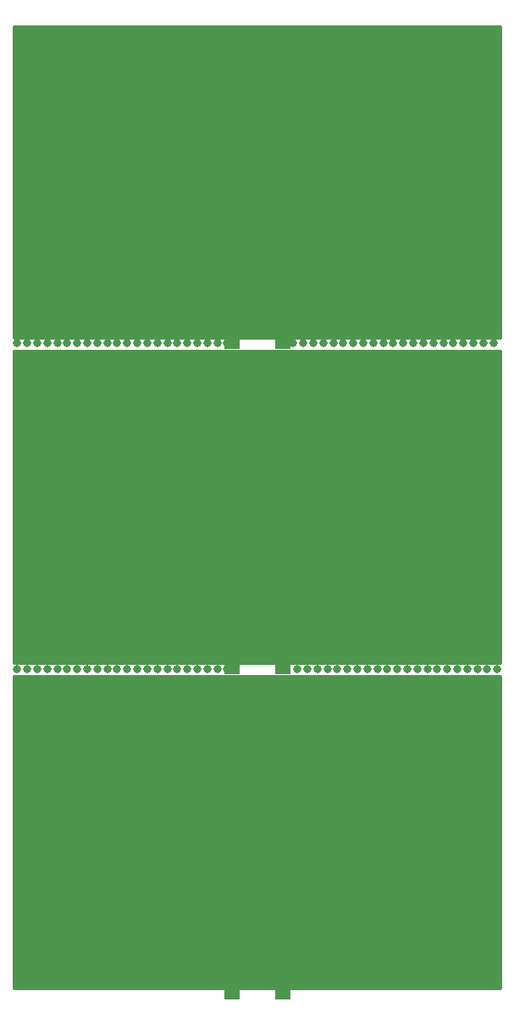
<source format=gbr>
G04 #@! TF.GenerationSoftware,KiCad,Pcbnew,(5.1.5)-3*
G04 #@! TF.CreationDate,2021-12-07T11:44:26+01:00*
G04 #@! TF.ProjectId,stitched capcoupler,73746974-6368-4656-9420-636170636f75,rev?*
G04 #@! TF.SameCoordinates,Original*
G04 #@! TF.FileFunction,Copper,L2,Bot*
G04 #@! TF.FilePolarity,Positive*
%FSLAX46Y46*%
G04 Gerber Fmt 4.6, Leading zero omitted, Abs format (unit mm)*
G04 Created by KiCad (PCBNEW (5.1.5)-3) date 2021-12-07 11:44:26*
%MOMM*%
%LPD*%
G04 APERTURE LIST*
%ADD10R,1.500000X4.000000*%
%ADD11R,4.000000X1.500000*%
%ADD12C,0.800000*%
%ADD13C,0.254000*%
G04 APERTURE END LIST*
D10*
X72460000Y-1000000D03*
X77540000Y-1000000D03*
D11*
X97500000Y22540000D03*
X97500000Y17460000D03*
X52500000Y22540000D03*
X52500000Y17460000D03*
D10*
X72460000Y-33500000D03*
X77540000Y-33500000D03*
D11*
X97500000Y-9960000D03*
X97500000Y-15040000D03*
X52500000Y-9960000D03*
X52500000Y-15040000D03*
X52500000Y-47540000D03*
X52500000Y-42460000D03*
X97500000Y-47540000D03*
X97500000Y-42460000D03*
D10*
X77540000Y-66000000D03*
X72460000Y-66000000D03*
D12*
X87500000Y-20000000D03*
X62500000Y-27500000D03*
X65000000Y-30000000D03*
X87500000Y-25000000D03*
X90000000Y-27500000D03*
X90000000Y-32500000D03*
X90000000Y-25000000D03*
X90000000Y-30000000D03*
X87500000Y-30000000D03*
X85000000Y-30000000D03*
X82500000Y-30000000D03*
X67500000Y-30000000D03*
X62500000Y-25000000D03*
X87500000Y-27500000D03*
X62500000Y-30000000D03*
X70000000Y-30000000D03*
X62500000Y-32500000D03*
X87500000Y-22500000D03*
X80000000Y-30000000D03*
X62500000Y-22500000D03*
X62500000Y-20000000D03*
X57500000Y-32500000D03*
X67500000Y-32500000D03*
X80000000Y-32500000D03*
X65000000Y-32500000D03*
X92500000Y-32500000D03*
X67500000Y-27500000D03*
X87500000Y-32500000D03*
X82500000Y-22500000D03*
X82500000Y-27500000D03*
X82500000Y-20000000D03*
X70000000Y-27500000D03*
X70000000Y-32500000D03*
X55000000Y-32500000D03*
X82500000Y-32500000D03*
X82500000Y-25000000D03*
X85000000Y-27500000D03*
X85000000Y-32500000D03*
X65000000Y-27500000D03*
X95000000Y-32500000D03*
X85000000Y-5000000D03*
X60000000Y-5000000D03*
X60000000Y-20000000D03*
X60000000Y-32500000D03*
X90000000Y-5000000D03*
X72500000Y-5000000D03*
X62500000Y-5000000D03*
X57500000Y-5000000D03*
X55000000Y-5000000D03*
X52500000Y-5000000D03*
X60000000Y-22500000D03*
X97500000Y-22500000D03*
X60000000Y-25000000D03*
X60000000Y-30000000D03*
X97500000Y-30000000D03*
X97500000Y-25000000D03*
X95000000Y-5000000D03*
X87500000Y-5000000D03*
X65000000Y-5000000D03*
X90000000Y-20000000D03*
X90000000Y-22500000D03*
X60000000Y-27500000D03*
X70000000Y-5000000D03*
X97500000Y-20000000D03*
X97500000Y-5000000D03*
X97500000Y-27500000D03*
X92500000Y-5000000D03*
X77500000Y-5000000D03*
X82500000Y-5000000D03*
X80000000Y-5000000D03*
X75000000Y-5000000D03*
X67500000Y-5000000D03*
X97500000Y-17500000D03*
X75000000Y-7500000D03*
X67500000Y-17500000D03*
X55000000Y-7500000D03*
X85000000Y-17500000D03*
X57500000Y-17500000D03*
X62500000Y-7500000D03*
X55000000Y-17500000D03*
X57500000Y-7500000D03*
X52500000Y-17500000D03*
X80000000Y-7500000D03*
X52500000Y-20000000D03*
X60000000Y-7500000D03*
X80000000Y-17500000D03*
X52500000Y-22500000D03*
X85000000Y-7500000D03*
X92500000Y-17500000D03*
X87500000Y-17500000D03*
X52500000Y-7500000D03*
X90000000Y-17500000D03*
X67500000Y-7500000D03*
X60000000Y-17500000D03*
X52500000Y-25000000D03*
X62500000Y-17500000D03*
X52500000Y-30000000D03*
X70000000Y-7500000D03*
X90000000Y-7500000D03*
X70000000Y-17500000D03*
X72500000Y-7500000D03*
X95000000Y-17500000D03*
X52500000Y-27500000D03*
X97500000Y-32500000D03*
X82500000Y-17500000D03*
X52500000Y-32500000D03*
X95000000Y-7500000D03*
X97500000Y-7500000D03*
X92500000Y-7500000D03*
X65000000Y-7500000D03*
X82500000Y-7500000D03*
X77500000Y-7500000D03*
X87500000Y-7500000D03*
X51000000Y-7500000D03*
X65000000Y-17500000D03*
X87500000Y12500000D03*
X62500000Y5000000D03*
X65000000Y2500000D03*
X87500000Y7500000D03*
X90000000Y5000000D03*
X90000000Y0D03*
X90000000Y7500000D03*
X90000000Y2500000D03*
X87500000Y2500000D03*
X85000000Y2500000D03*
X82500000Y2500000D03*
X67500000Y2500000D03*
X62500000Y7500000D03*
X87500000Y5000000D03*
X62500000Y2500000D03*
X70000000Y2500000D03*
X62500000Y0D03*
X87500000Y10000000D03*
X80000000Y2500000D03*
X62500000Y10000000D03*
X62500000Y12500000D03*
X57500000Y0D03*
X67500000Y0D03*
X80000000Y0D03*
X65000000Y0D03*
X92500000Y0D03*
X67500000Y5000000D03*
X87500000Y0D03*
X82500000Y10000000D03*
X82500000Y5000000D03*
X82500000Y12500000D03*
X70000000Y5000000D03*
X70000000Y0D03*
X55000000Y0D03*
X82500000Y0D03*
X82500000Y7500000D03*
X85000000Y5000000D03*
X85000000Y0D03*
X65000000Y5000000D03*
X95000000Y0D03*
X85000000Y27500000D03*
X60000000Y27500000D03*
X60000000Y12500000D03*
X60000000Y0D03*
X90000000Y27500000D03*
X72500000Y27500000D03*
X62500000Y27500000D03*
X57500000Y27500000D03*
X55000000Y27500000D03*
X52500000Y27500000D03*
X60000000Y10000000D03*
X97500000Y10000000D03*
X60000000Y7500000D03*
X60000000Y2500000D03*
X97500000Y2500000D03*
X97500000Y7500000D03*
X95000000Y27500000D03*
X87500000Y27500000D03*
X65000000Y27500000D03*
X90000000Y12500000D03*
X90000000Y10000000D03*
X60000000Y5000000D03*
X70000000Y27500000D03*
X97500000Y12500000D03*
X97500000Y27500000D03*
X97500000Y5000000D03*
X92500000Y27500000D03*
X77500000Y27500000D03*
X82500000Y27500000D03*
X80000000Y27500000D03*
X75000000Y27500000D03*
X67500000Y27500000D03*
X97500000Y15000000D03*
X75000000Y25000000D03*
X67500000Y15000000D03*
X55000000Y25000000D03*
X85000000Y15000000D03*
X57500000Y15000000D03*
X62500000Y25000000D03*
X55000000Y15000000D03*
X57500000Y25000000D03*
X52500000Y15000000D03*
X80000000Y25000000D03*
X52500000Y12500000D03*
X60000000Y25000000D03*
X80000000Y15000000D03*
X52500000Y10000000D03*
X85000000Y25000000D03*
X92500000Y15000000D03*
X87500000Y15000000D03*
X52500000Y25000000D03*
X90000000Y15000000D03*
X67500000Y25000000D03*
X60000000Y15000000D03*
X52500000Y7500000D03*
X62500000Y15000000D03*
X52500000Y2500000D03*
X70000000Y25000000D03*
X90000000Y25000000D03*
X70000000Y15000000D03*
X72500000Y25000000D03*
X95000000Y15000000D03*
X52500000Y5000000D03*
X97500000Y0D03*
X82500000Y15000000D03*
X52500000Y0D03*
X95000000Y25000000D03*
X97500000Y25000000D03*
X92500000Y25000000D03*
X65000000Y25000000D03*
X82500000Y25000000D03*
X77500000Y25000000D03*
X87500000Y25000000D03*
X51000000Y25000000D03*
X65000000Y15000000D03*
X52000000Y-35000000D03*
X53000000Y-35000000D03*
X54000000Y-35000000D03*
X55000000Y-35000000D03*
X56000000Y-35000000D03*
X57000000Y-35000000D03*
X58000000Y-35000000D03*
X59000000Y-35000000D03*
X60000000Y-35000000D03*
X61000000Y-35000000D03*
X62000000Y-35000000D03*
X63000000Y-35000000D03*
X64000000Y-35000000D03*
X65000000Y-35000000D03*
X66000000Y-35000000D03*
X67000000Y-35000000D03*
X68000000Y-35000000D03*
X69000000Y-35000000D03*
X70000000Y-35000000D03*
X71000000Y-35000000D03*
X72000000Y-35000000D03*
X79600000Y-2400000D03*
X80600000Y-2400000D03*
X81600000Y-2400000D03*
X82600000Y-2400000D03*
X83600000Y-2400000D03*
X84600000Y-2400000D03*
X85600000Y-2400000D03*
X86600000Y-2400000D03*
X87600000Y-2400000D03*
X88600000Y-2400000D03*
X89600000Y-2400000D03*
X90600000Y-2400000D03*
X91600000Y-2400000D03*
X92600000Y-2400000D03*
X93600000Y-2400000D03*
X94600000Y-2400000D03*
X95600000Y-2400000D03*
X96600000Y-2400000D03*
X97600000Y-2400000D03*
X98600000Y-2400000D03*
X78600000Y-2400000D03*
X72000000Y-2400000D03*
X71000000Y-2400000D03*
X70000000Y-2400000D03*
X69000000Y-2400000D03*
X68000000Y-2400000D03*
X67000000Y-2400000D03*
X66000000Y-2400000D03*
X65000000Y-2400000D03*
X64000000Y-2400000D03*
X63000000Y-2400000D03*
X62000000Y-2400000D03*
X61000000Y-2400000D03*
X60000000Y-2400000D03*
X59000000Y-2400000D03*
X58000000Y-2400000D03*
X57000000Y-2400000D03*
X56000000Y-2400000D03*
X55000000Y-2400000D03*
X54000000Y-2400000D03*
X53000000Y-2400000D03*
X52000000Y-2400000D03*
X51000000Y-2400000D03*
X51000000Y-35000000D03*
X99000000Y-35000000D03*
X98000000Y-35000000D03*
X97000000Y-35000000D03*
X96000000Y-35000000D03*
X95000000Y-35000000D03*
X94000000Y-35000000D03*
X93000000Y-35000000D03*
X92000000Y-35000000D03*
X91000000Y-35000000D03*
X90000000Y-35000000D03*
X89000000Y-35000000D03*
X88000000Y-35000000D03*
X87000000Y-35000000D03*
X86000000Y-35000000D03*
X85000000Y-35000000D03*
X84000000Y-35000000D03*
X83000000Y-35000000D03*
X82000000Y-35000000D03*
X81000000Y-35000000D03*
X80000000Y-35000000D03*
X79000000Y-35000000D03*
X51000000Y-40000000D03*
X55000000Y-40000000D03*
X60000000Y-40000000D03*
X65000000Y-40000000D03*
X70000000Y-40000000D03*
X75000000Y-40000000D03*
X80000000Y-40000000D03*
X85000000Y-40000000D03*
X90000000Y-40000000D03*
X95000000Y-40000000D03*
X95000000Y-50000000D03*
X90000000Y-50000000D03*
X85000000Y-50000000D03*
X80000000Y-50000000D03*
X70000000Y-50000000D03*
X65000000Y-50000000D03*
X60000000Y-50000000D03*
X55000000Y-50000000D03*
X52500000Y-40000000D03*
X57500000Y-40000000D03*
X62500000Y-40000000D03*
X67500000Y-40000000D03*
X72500000Y-40000000D03*
X77500000Y-40000000D03*
X82500000Y-40000000D03*
X87500000Y-40000000D03*
X92500000Y-40000000D03*
X97500000Y-40000000D03*
X97500000Y-50000000D03*
X92500000Y-50000000D03*
X87500000Y-50000000D03*
X82500000Y-50000000D03*
X67500000Y-50000000D03*
X62500000Y-50000000D03*
X57500000Y-50000000D03*
X52500000Y-50000000D03*
X52500000Y-52500000D03*
X52500000Y-55000000D03*
X52500000Y-57500000D03*
X52500000Y-62500000D03*
X52500000Y-60000000D03*
X52500000Y-65000000D03*
X97500000Y-65000000D03*
X97500000Y-62500000D03*
X97500000Y-60000000D03*
X97500000Y-57500000D03*
X97500000Y-55000000D03*
X97500000Y-52500000D03*
X97500000Y-37500000D03*
X95000000Y-37500000D03*
X92500000Y-37500000D03*
X90000000Y-37500000D03*
X87500000Y-37500000D03*
X85000000Y-37500000D03*
X82500000Y-37500000D03*
X80000000Y-37500000D03*
X77500000Y-37500000D03*
X75000000Y-37500000D03*
X72500000Y-37500000D03*
X70000000Y-37500000D03*
X67500000Y-37500000D03*
X65000000Y-37500000D03*
X62500000Y-37500000D03*
X60000000Y-37500000D03*
X57500000Y-37500000D03*
X55000000Y-37500000D03*
X52500000Y-37500000D03*
X60000000Y-52500000D03*
X60000000Y-55000000D03*
X60000000Y-57500000D03*
X60000000Y-60000000D03*
X60000000Y-62500000D03*
X60000000Y-65000000D03*
X90000000Y-52500000D03*
X90000000Y-55000000D03*
X90000000Y-57500000D03*
X90000000Y-60000000D03*
X90000000Y-62500000D03*
X90000000Y-65000000D03*
X87500000Y-62500000D03*
X85000000Y-62500000D03*
X82500000Y-62500000D03*
X80000000Y-62500000D03*
X70000000Y-62500000D03*
X67500000Y-62500000D03*
X65000000Y-62500000D03*
X62500000Y-62500000D03*
X62500000Y-52500000D03*
X62500000Y-55000000D03*
X62500000Y-57500000D03*
X62500000Y-60000000D03*
X62500000Y-65000000D03*
X87500000Y-60000000D03*
X87500000Y-57500000D03*
X87500000Y-55000000D03*
X87500000Y-52500000D03*
X85000000Y-60000000D03*
X82500000Y-60000000D03*
X70000000Y-60000000D03*
X67500000Y-60000000D03*
X65000000Y-60000000D03*
X55000000Y-65000000D03*
X57500000Y-65000000D03*
X65000000Y-65000000D03*
X67500000Y-65000000D03*
X70000000Y-65000000D03*
X80000000Y-65000000D03*
X82500000Y-65000000D03*
X85000000Y-65000000D03*
X87500000Y-65000000D03*
X92500000Y-65000000D03*
X95000000Y-65000000D03*
X82500000Y-52500000D03*
X82500000Y-55000000D03*
X82500000Y-57500000D03*
D13*
G36*
X99340000Y-66840000D02*
G01*
X50660000Y-66840000D01*
X50660000Y-35660000D01*
X99340001Y-35660000D01*
X99340000Y-66840000D01*
G37*
X99340000Y-66840000D02*
X50660000Y-66840000D01*
X50660000Y-35660000D01*
X99340001Y-35660000D01*
X99340000Y-66840000D01*
G36*
X99340000Y-34340000D02*
G01*
X50660000Y-34340000D01*
X50660000Y-3160000D01*
X99340001Y-3160000D01*
X99340000Y-34340000D01*
G37*
X99340000Y-34340000D02*
X50660000Y-34340000D01*
X50660000Y-3160000D01*
X99340001Y-3160000D01*
X99340000Y-34340000D01*
G36*
X99340000Y-1840000D02*
G01*
X50660000Y-1840000D01*
X50660000Y29340000D01*
X99340001Y29340000D01*
X99340000Y-1840000D01*
G37*
X99340000Y-1840000D02*
X50660000Y-1840000D01*
X50660000Y29340000D01*
X99340001Y29340000D01*
X99340000Y-1840000D01*
M02*

</source>
